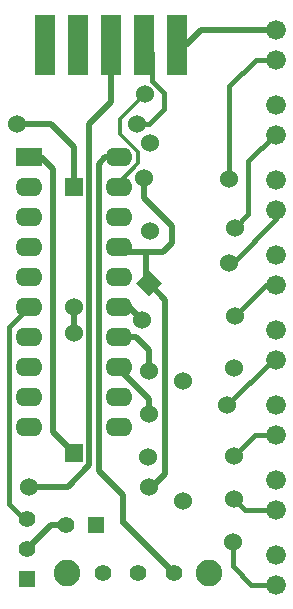
<source format=gtl>
G04 (created by PCBNEW-RS274X (2011-05-25)-stable) date Sun 14 Oct 2012 07:15:22 PM CDT*
G01*
G70*
G90*
%MOIN*%
G04 Gerber Fmt 3.4, Leading zero omitted, Abs format*
%FSLAX34Y34*%
G04 APERTURE LIST*
%ADD10C,0.006000*%
%ADD11R,0.055000X0.055000*%
%ADD12C,0.055000*%
%ADD13R,0.070000X0.200000*%
%ADD14R,0.090000X0.062000*%
%ADD15O,0.090000X0.062000*%
%ADD16C,0.060000*%
%ADD17R,0.060000X0.060000*%
%ADD18C,0.088600*%
%ADD19C,0.066000*%
%ADD20C,0.015000*%
%ADD21C,0.020000*%
%ADD22C,0.013000*%
%ADD23C,0.019700*%
G04 APERTURE END LIST*
G54D10*
G54D11*
X00700Y-18800D03*
G54D12*
X00700Y-17800D03*
X00700Y-16800D03*
G54D11*
X03000Y-17000D03*
G54D12*
X02000Y-17000D03*
G54D13*
X04600Y-01000D03*
X03500Y-01000D03*
X02400Y-01000D03*
X01300Y-01000D03*
X05700Y-01000D03*
G54D14*
X00750Y-04750D03*
G54D15*
X00750Y-05750D03*
X00750Y-06750D03*
X00750Y-07750D03*
X00750Y-08750D03*
X00750Y-09750D03*
X00750Y-10750D03*
X00750Y-11750D03*
X00750Y-12750D03*
X00750Y-13750D03*
X03750Y-13750D03*
X03750Y-12750D03*
X03750Y-11750D03*
X03750Y-10750D03*
X03750Y-09750D03*
X03750Y-08750D03*
X03750Y-07750D03*
X03750Y-06750D03*
X03750Y-05750D03*
X03750Y-04750D03*
G54D16*
X07439Y-05489D03*
X04611Y-02661D03*
X07614Y-07114D03*
X04786Y-04286D03*
X07414Y-08264D03*
X04586Y-05436D03*
X07614Y-10039D03*
X04786Y-07211D03*
X07364Y-13014D03*
X04536Y-10186D03*
X07589Y-14714D03*
X04761Y-11886D03*
X07589Y-16139D03*
X04761Y-13311D03*
X07564Y-17589D03*
X04736Y-14761D03*
X05900Y-12200D03*
X05900Y-16200D03*
X04750Y-15750D03*
X00750Y-15750D03*
X00375Y-03650D03*
X04375Y-03650D03*
G54D17*
X02250Y-14600D03*
G54D16*
X02250Y-10600D03*
G54D10*
G36*
X05185Y-08961D02*
X04761Y-09385D01*
X04337Y-08961D01*
X04761Y-08537D01*
X05185Y-08961D01*
X05185Y-08961D01*
G37*
G54D16*
X07589Y-11789D03*
G54D17*
X02250Y-05750D03*
G54D16*
X02250Y-09750D03*
G54D12*
X03219Y-18600D03*
X04400Y-18600D03*
X05581Y-18600D03*
G54D18*
X06762Y-18600D03*
X02038Y-18600D03*
G54D19*
X09000Y-01500D03*
X09000Y-00500D03*
X09000Y-04000D03*
X09000Y-03000D03*
X09000Y-06500D03*
X09000Y-05500D03*
X09000Y-09000D03*
X09000Y-08000D03*
X09000Y-11500D03*
X09000Y-10500D03*
X09000Y-14000D03*
X09000Y-13000D03*
X09000Y-16500D03*
X09000Y-15500D03*
X09000Y-19000D03*
X09000Y-18000D03*
G54D20*
X00700Y-16800D02*
X00600Y-16800D01*
X00100Y-10400D02*
X00750Y-09750D01*
X00100Y-16300D02*
X00100Y-10400D01*
X00600Y-16800D02*
X00100Y-16300D01*
G54D21*
X04750Y-15750D02*
X04850Y-15750D01*
X05300Y-09500D02*
X04761Y-08961D01*
X05300Y-15300D02*
X05300Y-09500D01*
X04850Y-15750D02*
X05300Y-15300D01*
X04675Y-07900D02*
X04675Y-08875D01*
X04675Y-08875D02*
X04761Y-08961D01*
X04586Y-05436D02*
X04586Y-06111D01*
X03900Y-07900D02*
X03750Y-07750D01*
X05225Y-07900D02*
X04675Y-07900D01*
X04675Y-07900D02*
X03900Y-07900D01*
X05525Y-07600D02*
X05225Y-07900D01*
X05525Y-07050D02*
X05525Y-07600D01*
X04586Y-06111D02*
X05525Y-07050D01*
X00750Y-04750D02*
X01150Y-04750D01*
X01550Y-13900D02*
X02250Y-14600D01*
X01550Y-05150D02*
X01550Y-13900D01*
X01150Y-04750D02*
X01550Y-05150D01*
G54D22*
X03750Y-05750D02*
X03750Y-05600D01*
X03800Y-03472D02*
X04611Y-02661D01*
X03800Y-03975D02*
X03800Y-03472D01*
X04400Y-04575D02*
X03800Y-03975D01*
X04400Y-04950D02*
X04400Y-04575D01*
X03750Y-05600D02*
X04400Y-04950D01*
G54D21*
X02250Y-05750D02*
X02250Y-04400D01*
X01500Y-03650D02*
X00375Y-03650D01*
X02250Y-04400D02*
X01500Y-03650D01*
X02250Y-09750D02*
X02250Y-10600D01*
G54D23*
X02000Y-17000D02*
X01500Y-17000D01*
X01500Y-17000D02*
X00700Y-17800D01*
X05700Y-01000D02*
X06000Y-01000D01*
X06500Y-00500D02*
X09000Y-00500D01*
X06000Y-01000D02*
X06500Y-00500D01*
G54D20*
X09000Y-06500D02*
X09000Y-06825D01*
X07561Y-08264D02*
X07414Y-08264D01*
X09000Y-06825D02*
X07561Y-08264D01*
X09000Y-04000D02*
X08950Y-04000D01*
X08075Y-06653D02*
X07614Y-07114D01*
X08075Y-04875D02*
X08075Y-06653D01*
X08950Y-04000D02*
X08075Y-04875D01*
X07439Y-05489D02*
X07439Y-02386D01*
X08325Y-01500D02*
X09000Y-01500D01*
X07439Y-02386D02*
X08325Y-01500D01*
X09000Y-09000D02*
X08653Y-09000D01*
X08653Y-09000D02*
X07614Y-10039D01*
X09000Y-11500D02*
X08878Y-11500D01*
X08878Y-11500D02*
X07364Y-13014D01*
X09000Y-19000D02*
X08175Y-19000D01*
X07564Y-18389D02*
X07564Y-17589D01*
X08175Y-19000D02*
X07564Y-18389D01*
X09000Y-16500D02*
X07950Y-16500D01*
X07950Y-16500D02*
X07589Y-16139D01*
X09000Y-14000D02*
X08303Y-14000D01*
X08303Y-14000D02*
X07589Y-14714D01*
G54D21*
X03750Y-10750D02*
X04325Y-10750D01*
X04761Y-11186D02*
X04761Y-11886D01*
X04325Y-10750D02*
X04761Y-11186D01*
X03750Y-11750D02*
X03750Y-11800D01*
X04761Y-12811D02*
X04761Y-13311D01*
X03750Y-11800D02*
X04761Y-12811D01*
X03750Y-09750D02*
X04100Y-09750D01*
X04100Y-09750D02*
X04536Y-10186D01*
X02775Y-14650D02*
X02775Y-15025D01*
X03500Y-02925D02*
X02775Y-03650D01*
X02775Y-03650D02*
X02775Y-14650D01*
X03500Y-01000D02*
X03500Y-02925D01*
X02775Y-15025D02*
X02050Y-15750D01*
X02050Y-15750D02*
X02050Y-15749D01*
X00750Y-15750D02*
X02050Y-15750D01*
X02050Y-15750D02*
X02049Y-15750D01*
G54D20*
X04875Y-02225D02*
X04875Y-01275D01*
X04775Y-03650D02*
X05275Y-03150D01*
X05275Y-03150D02*
X05275Y-02625D01*
X05275Y-02625D02*
X04875Y-02225D01*
X04375Y-03650D02*
X04775Y-03650D01*
X04875Y-01275D02*
X04600Y-01000D01*
G54D21*
X03900Y-16100D02*
X03900Y-16025D01*
G54D23*
X03900Y-16950D02*
X03900Y-16100D01*
G54D21*
X03300Y-04750D02*
X03750Y-04750D01*
X03077Y-04973D02*
X03300Y-04750D01*
X03077Y-15202D02*
X03077Y-04973D01*
X03900Y-16025D02*
X03077Y-15202D01*
X03900Y-16950D02*
X03931Y-16950D01*
X03931Y-16950D02*
X05581Y-18600D01*
G54D23*
X03900Y-16950D02*
X03900Y-16900D01*
M02*

</source>
